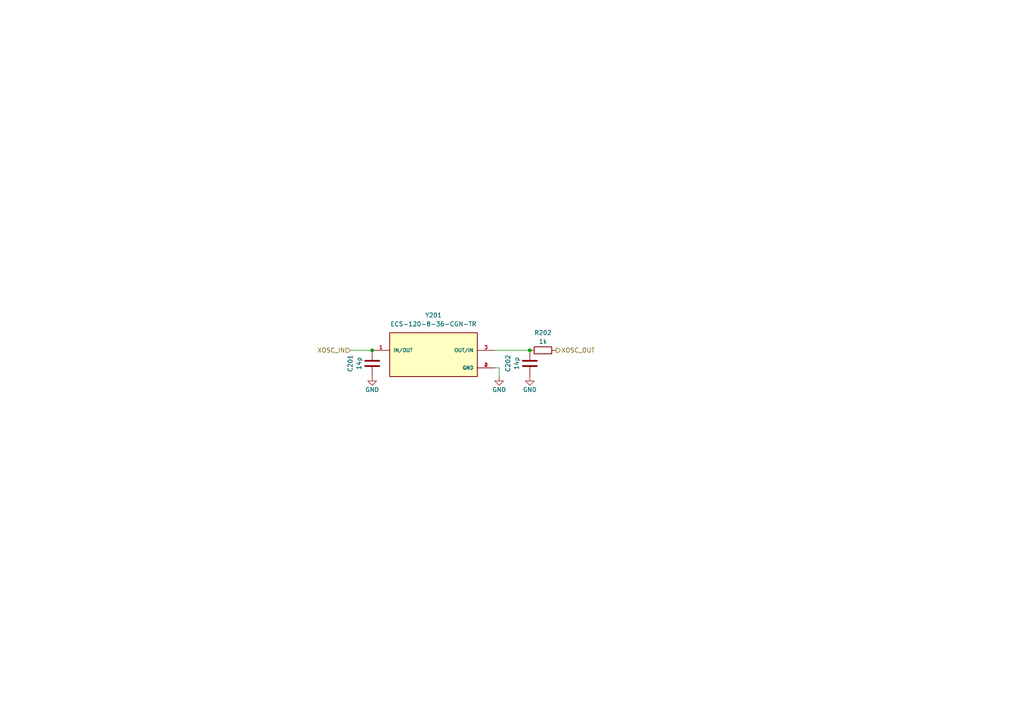
<source format=kicad_sch>
(kicad_sch (version 20221004) (generator eeschema)

  (uuid e9d114bb-7fde-4afc-b334-9cc44186d240)

  (paper "A4")

  (lib_symbols
    (symbol "Device:C" (pin_numbers hide) (pin_names (offset 0.254)) (in_bom yes) (on_board yes)
      (property "Reference" "C" (at 0.635 2.54 0)
        (effects (font (size 1.27 1.27)) (justify left))
      )
      (property "Value" "C" (at 0.635 -2.54 0)
        (effects (font (size 1.27 1.27)) (justify left))
      )
      (property "Footprint" "" (at 0.9652 -3.81 0)
        (effects (font (size 1.27 1.27)) hide)
      )
      (property "Datasheet" "~" (at 0 0 0)
        (effects (font (size 1.27 1.27)) hide)
      )
      (property "ki_keywords" "cap capacitor" (at 0 0 0)
        (effects (font (size 1.27 1.27)) hide)
      )
      (property "ki_description" "Unpolarized capacitor" (at 0 0 0)
        (effects (font (size 1.27 1.27)) hide)
      )
      (property "ki_fp_filters" "C_*" (at 0 0 0)
        (effects (font (size 1.27 1.27)) hide)
      )
      (symbol "C_0_1"
        (polyline
          (pts
            (xy -2.032 -0.762)
            (xy 2.032 -0.762)
          )
          (stroke (width 0.508) (type default))
          (fill (type none))
        )
        (polyline
          (pts
            (xy -2.032 0.762)
            (xy 2.032 0.762)
          )
          (stroke (width 0.508) (type default))
          (fill (type none))
        )
      )
      (symbol "C_1_1"
        (pin passive line (at 0 3.81 270) (length 2.794)
          (name "~" (effects (font (size 1.27 1.27))))
          (number "1" (effects (font (size 1.27 1.27))))
        )
        (pin passive line (at 0 -3.81 90) (length 2.794)
          (name "~" (effects (font (size 1.27 1.27))))
          (number "2" (effects (font (size 1.27 1.27))))
        )
      )
    )
    (symbol "Device:R" (pin_numbers hide) (pin_names (offset 0)) (in_bom yes) (on_board yes)
      (property "Reference" "R" (at 2.032 0 90)
        (effects (font (size 1.27 1.27)))
      )
      (property "Value" "R" (at 0 0 90)
        (effects (font (size 1.27 1.27)))
      )
      (property "Footprint" "" (at -1.778 0 90)
        (effects (font (size 1.27 1.27)) hide)
      )
      (property "Datasheet" "~" (at 0 0 0)
        (effects (font (size 1.27 1.27)) hide)
      )
      (property "ki_keywords" "R res resistor" (at 0 0 0)
        (effects (font (size 1.27 1.27)) hide)
      )
      (property "ki_description" "Resistor" (at 0 0 0)
        (effects (font (size 1.27 1.27)) hide)
      )
      (property "ki_fp_filters" "R_*" (at 0 0 0)
        (effects (font (size 1.27 1.27)) hide)
      )
      (symbol "R_0_1"
        (rectangle (start -1.016 -2.54) (end 1.016 2.54)
          (stroke (width 0.254) (type default))
          (fill (type none))
        )
      )
      (symbol "R_1_1"
        (pin passive line (at 0 3.81 270) (length 1.27)
          (name "~" (effects (font (size 1.27 1.27))))
          (number "1" (effects (font (size 1.27 1.27))))
        )
        (pin passive line (at 0 -3.81 90) (length 1.27)
          (name "~" (effects (font (size 1.27 1.27))))
          (number "2" (effects (font (size 1.27 1.27))))
        )
      )
    )
    (symbol "ECS-120-8-36-CGN-TR:ECS-120-8-36-CGN-TR" (pin_names (offset 1.016)) (in_bom yes) (on_board yes)
      (property "Reference" "Y" (at -12.7254 7.6454 0)
        (effects (font (size 1.27 1.27)) (justify left bottom))
      )
      (property "Value" "ECS-120-8-36-CGN-TR" (at -12.7 -7.62 0)
        (effects (font (size 1.27 1.27)) (justify left bottom))
      )
      (property "Footprint" "XTAL_ECS-120-8-36-CGN-TR" (at 0 0 0)
        (effects (font (size 1.27 1.27)) (justify left bottom) hide)
      )
      (property "Datasheet" "" (at 0 0 0)
        (effects (font (size 1.27 1.27)) (justify left bottom) hide)
      )
      (property "PRICE" "" (at 0 0 0)
        (effects (font (size 1.27 1.27)) (justify left bottom) hide)
      )
      (property "MP" "ECX-2236" (at 0 0 0)
        (effects (font (size 1.27 1.27)) (justify left bottom) hide)
      )
      (property "STANDARD" "Manufacturer Recommendation" (at 0 0 0)
        (effects (font (size 1.27 1.27)) (justify left bottom) hide)
      )
      (property "AVAILABILITY" "Good" (at 0 0 0)
        (effects (font (size 1.27 1.27)) (justify left bottom) hide)
      )
      (property "PARTREV" "2017" (at 0 0 0)
        (effects (font (size 1.27 1.27)) (justify left bottom) hide)
      )
      (property "DESCRIPTION" "The minature ECX-2236 is a compact SMD Crystal. The industry standard 2.5 x 2.0 x 0.55 mm ceramic package is ideal for today’s SMD manufacturing environment." (at 0 0 0)
        (effects (font (size 1.27 1.27)) (justify left bottom) hide)
      )
      (property "PACKAGE" "SMD-4 ECX" (at 0 0 0)
        (effects (font (size 1.27 1.27)) (justify left bottom) hide)
      )
      (property "MF" "ECS INC" (at 0 0 0)
        (effects (font (size 1.27 1.27)) (justify left bottom) hide)
      )
      (property "ki_locked" "" (at 0 0 0)
        (effects (font (size 1.27 1.27)))
      )
      (symbol "ECS-120-8-36-CGN-TR_0_0"
        (rectangle (start -12.7 -5.08) (end 12.7 7.62)
          (stroke (width 0.254) (type solid))
          (fill (type background))
        )
        (pin bidirectional line (at -17.78 2.54 0) (length 5.08)
          (name "IN/OUT" (effects (font (size 1.016 1.016))))
          (number "1" (effects (font (size 1.016 1.016))))
        )
        (pin power_in line (at 17.78 -2.54 180) (length 5.08)
          (name "GND" (effects (font (size 1.016 1.016))))
          (number "2" (effects (font (size 1.016 1.016))))
        )
        (pin bidirectional line (at 17.78 2.54 180) (length 5.08)
          (name "OUT/IN" (effects (font (size 1.016 1.016))))
          (number "3" (effects (font (size 1.016 1.016))))
        )
        (pin power_in line (at 17.78 -2.54 180) (length 5.08)
          (name "GND" (effects (font (size 1.016 1.016))))
          (number "4" (effects (font (size 1.016 1.016))))
        )
      )
    )
    (symbol "power:GND" (power) (pin_names (offset 0)) (in_bom yes) (on_board yes)
      (property "Reference" "#PWR" (at 0 -6.35 0)
        (effects (font (size 1.27 1.27)) hide)
      )
      (property "Value" "GND" (at 0 -3.81 0)
        (effects (font (size 1.27 1.27)))
      )
      (property "Footprint" "" (at 0 0 0)
        (effects (font (size 1.27 1.27)) hide)
      )
      (property "Datasheet" "" (at 0 0 0)
        (effects (font (size 1.27 1.27)) hide)
      )
      (property "ki_keywords" "power-flag" (at 0 0 0)
        (effects (font (size 1.27 1.27)) hide)
      )
      (property "ki_description" "Power symbol creates a global label with name \"GND\" , ground" (at 0 0 0)
        (effects (font (size 1.27 1.27)) hide)
      )
      (symbol "GND_0_1"
        (polyline
          (pts
            (xy 0 0)
            (xy 0 -1.27)
            (xy 1.27 -1.27)
            (xy 0 -2.54)
            (xy -1.27 -1.27)
            (xy 0 -1.27)
          )
          (stroke (width 0) (type default))
          (fill (type none))
        )
      )
      (symbol "GND_1_1"
        (pin power_in line (at 0 0 270) (length 0) hide
          (name "GND" (effects (font (size 1.27 1.27))))
          (number "1" (effects (font (size 1.27 1.27))))
        )
      )
    )
  )

  (junction (at 107.95 101.6) (diameter 0) (color 0 0 0 0)
    (uuid 964cd4f2-dc4e-4bf2-b08b-b7efed678489)
  )
  (junction (at 153.67 101.6) (diameter 0) (color 0 0 0 0)
    (uuid bb4e7fd6-6d9b-42d2-b670-ef1082981e3a)
  )

  (wire (pts (xy 144.78 109.22) (xy 144.78 106.68))
    (stroke (width 0) (type default))
    (uuid 7d6f5961-2c2d-46f1-b2d3-e722a1c2f03a)
  )
  (wire (pts (xy 144.78 106.68) (xy 143.51 106.68))
    (stroke (width 0) (type default))
    (uuid 8adc0f4e-a66d-442b-a701-6005b14cb332)
  )
  (wire (pts (xy 101.6 101.6) (xy 107.95 101.6))
    (stroke (width 0) (type default))
    (uuid b1bd248a-c888-4f24-bca5-ae4c163f2d6b)
  )
  (wire (pts (xy 143.51 101.6) (xy 153.67 101.6))
    (stroke (width 0) (type default))
    (uuid dc968633-4922-4104-9951-91ba9897ce84)
  )

  (hierarchical_label "XOSC_OUT" (shape output) (at 161.29 101.6 0) (fields_autoplaced)
    (effects (font (size 1.27 1.27)) (justify left))
    (uuid 438250d7-4a97-4485-9e7d-9157877bdb4f)
  )
  (hierarchical_label "XOSC_IN" (shape input) (at 101.6 101.6 180) (fields_autoplaced)
    (effects (font (size 1.27 1.27)) (justify right))
    (uuid 4b108453-42c8-4f06-98b3-54d90c328727)
  )

  (symbol (lib_id "power:GND") (at 144.78 109.22 0) (unit 1)
    (in_bom yes) (on_board yes) (dnp no)
    (uuid 08ab4c7b-2cd3-4394-9786-3d22cb313a13)
    (property "Reference" "#PWR0129" (at 144.78 115.57 0)
      (effects (font (size 1.27 1.27)) hide)
    )
    (property "Value" "GND" (at 144.78 113.03 0)
      (effects (font (size 1.27 1.27)))
    )
    (property "Footprint" "" (at 144.78 109.22 0)
      (effects (font (size 1.27 1.27)) hide)
    )
    (property "Datasheet" "" (at 144.78 109.22 0)
      (effects (font (size 1.27 1.27)) hide)
    )
    (pin "1" (uuid bce8695a-98dd-4cc1-a5d4-a00d5097b5b7))
    (instances
      (project "mainboard"
        (path "/e63e39d7-6ac0-4ffd-8aa3-1841a4541b55/90a5bc85-07ac-4ee1-af41-887c984cc4b9"
          (reference "#PWR0129") (unit 1) (value "GND") (footprint "")
        )
        (path "/e63e39d7-6ac0-4ffd-8aa3-1841a4541b55/ee636c63-5fee-42d9-b500-aef9f04ef5c4"
          (reference "#PWR0129") (unit 1) (value "GND") (footprint "")
        )
        (path "/e63e39d7-6ac0-4ffd-8aa3-1841a4541b55/ee636c63-5fee-42d9-b500-aef9f04ef5c4/9c458a31-8cc6-4b30-bfc6-26fedc686704"
          (reference "#PWR0159") (unit 1) (value "GND") (footprint "")
        )
      )
    )
  )

  (symbol (lib_id "power:GND") (at 107.95 109.22 0) (unit 1)
    (in_bom yes) (on_board yes) (dnp no)
    (uuid 2c0a4d73-b8f1-4bf7-a41a-6dd8a1ab1e3f)
    (property "Reference" "#PWR0127" (at 107.95 115.57 0)
      (effects (font (size 1.27 1.27)) hide)
    )
    (property "Value" "GND" (at 107.95 113.03 0)
      (effects (font (size 1.27 1.27)))
    )
    (property "Footprint" "" (at 107.95 109.22 0)
      (effects (font (size 1.27 1.27)) hide)
    )
    (property "Datasheet" "" (at 107.95 109.22 0)
      (effects (font (size 1.27 1.27)) hide)
    )
    (pin "1" (uuid 1d1882bd-b176-4f2c-8904-af1062edb033))
    (instances
      (project "mainboard"
        (path "/e63e39d7-6ac0-4ffd-8aa3-1841a4541b55/90a5bc85-07ac-4ee1-af41-887c984cc4b9"
          (reference "#PWR0127") (unit 1) (value "GND") (footprint "")
        )
        (path "/e63e39d7-6ac0-4ffd-8aa3-1841a4541b55/ee636c63-5fee-42d9-b500-aef9f04ef5c4"
          (reference "#PWR0127") (unit 1) (value "GND") (footprint "")
        )
        (path "/e63e39d7-6ac0-4ffd-8aa3-1841a4541b55/ee636c63-5fee-42d9-b500-aef9f04ef5c4/9c458a31-8cc6-4b30-bfc6-26fedc686704"
          (reference "#PWR0160") (unit 1) (value "GND") (footprint "")
        )
      )
    )
  )

  (symbol (lib_id "power:GND") (at 153.67 109.22 0) (unit 1)
    (in_bom yes) (on_board yes) (dnp no)
    (uuid 4efa5c13-5a22-4704-a147-f177117ec59f)
    (property "Reference" "#PWR0128" (at 153.67 115.57 0)
      (effects (font (size 1.27 1.27)) hide)
    )
    (property "Value" "GND" (at 153.67 113.03 0)
      (effects (font (size 1.27 1.27)))
    )
    (property "Footprint" "" (at 153.67 109.22 0)
      (effects (font (size 1.27 1.27)) hide)
    )
    (property "Datasheet" "" (at 153.67 109.22 0)
      (effects (font (size 1.27 1.27)) hide)
    )
    (pin "1" (uuid b842143a-f542-4961-a6d9-e66a9bee7b6e))
    (instances
      (project "mainboard"
        (path "/e63e39d7-6ac0-4ffd-8aa3-1841a4541b55/90a5bc85-07ac-4ee1-af41-887c984cc4b9"
          (reference "#PWR0128") (unit 1) (value "GND") (footprint "")
        )
        (path "/e63e39d7-6ac0-4ffd-8aa3-1841a4541b55/ee636c63-5fee-42d9-b500-aef9f04ef5c4"
          (reference "#PWR0128") (unit 1) (value "GND") (footprint "")
        )
        (path "/e63e39d7-6ac0-4ffd-8aa3-1841a4541b55/ee636c63-5fee-42d9-b500-aef9f04ef5c4/9c458a31-8cc6-4b30-bfc6-26fedc686704"
          (reference "#PWR0161") (unit 1) (value "GND") (footprint "")
        )
      )
    )
  )

  (symbol (lib_id "Device:R") (at 157.48 101.6 90) (unit 1)
    (in_bom yes) (on_board yes) (dnp no)
    (uuid 8bac3a59-8a67-4781-9b3d-f8b03b75d2bf)
    (property "Reference" "R202" (at 157.48 96.52 90)
      (effects (font (size 1.27 1.27)))
    )
    (property "Value" "1k" (at 157.48 99.06 90)
      (effects (font (size 1.27 1.27)))
    )
    (property "Footprint" "Resistor_SMD:R_0402_1005Metric_Pad0.72x0.64mm_HandSolder" (at 157.48 103.378 90)
      (effects (font (size 1.27 1.27)) hide)
    )
    (property "Datasheet" "~" (at 157.48 101.6 0)
      (effects (font (size 1.27 1.27)) hide)
    )
    (pin "1" (uuid edf692dc-7f18-4889-ae2f-272b68bf9e97))
    (pin "2" (uuid f44a8878-30c0-4c10-add4-0be7da6a3992))
    (instances
      (project "mainboard"
        (path "/e63e39d7-6ac0-4ffd-8aa3-1841a4541b55/90a5bc85-07ac-4ee1-af41-887c984cc4b9"
          (reference "R202") (unit 1) (value "1k") (footprint "Resistor_SMD:R_0402_1005Metric_Pad0.72x0.64mm_HandSolder")
        )
        (path "/e63e39d7-6ac0-4ffd-8aa3-1841a4541b55/ee636c63-5fee-42d9-b500-aef9f04ef5c4"
          (reference "R207") (unit 1) (value "1k") (footprint "Resistor_SMD:R_0402_1005Metric_Pad0.72x0.64mm_HandSolder")
        )
        (path "/e63e39d7-6ac0-4ffd-8aa3-1841a4541b55/ee636c63-5fee-42d9-b500-aef9f04ef5c4/9c458a31-8cc6-4b30-bfc6-26fedc686704"
          (reference "R15") (unit 1) (value "1k") (footprint "Resistor_SMD:R_0402_1005Metric_Pad0.72x0.64mm_HandSolder")
        )
      )
    )
  )

  (symbol (lib_id "Device:C") (at 107.95 105.41 0) (unit 1)
    (in_bom yes) (on_board yes) (dnp no)
    (uuid 93ee023a-b6f3-40ba-988c-6c6966ab6d92)
    (property "Reference" "C201" (at 101.6 105.41 90)
      (effects (font (size 1.27 1.27)))
    )
    (property "Value" "14p" (at 104.14 105.41 90)
      (effects (font (size 1.27 1.27)))
    )
    (property "Footprint" "Capacitor_SMD:C_0402_1005Metric_Pad0.74x0.62mm_HandSolder" (at 108.9152 109.22 0)
      (effects (font (size 1.27 1.27)) hide)
    )
    (property "Datasheet" "~" (at 107.95 105.41 0)
      (effects (font (size 1.27 1.27)) hide)
    )
    (pin "1" (uuid 5a3cbbe8-31f3-4334-84f7-73756157c67f))
    (pin "2" (uuid d2b35c30-d351-4ada-a76e-9ff316855e83))
    (instances
      (project "mainboard"
        (path "/e63e39d7-6ac0-4ffd-8aa3-1841a4541b55/90a5bc85-07ac-4ee1-af41-887c984cc4b9"
          (reference "C201") (unit 1) (value "14p") (footprint "Capacitor_SMD:C_0402_1005Metric_Pad0.74x0.62mm_HandSolder")
        )
        (path "/e63e39d7-6ac0-4ffd-8aa3-1841a4541b55/ee636c63-5fee-42d9-b500-aef9f04ef5c4"
          (reference "C225") (unit 1) (value "14p") (footprint "Capacitor_SMD:C_0402_1005Metric_Pad0.74x0.62mm_HandSolder")
        )
        (path "/e63e39d7-6ac0-4ffd-8aa3-1841a4541b55/ee636c63-5fee-42d9-b500-aef9f04ef5c4/9c458a31-8cc6-4b30-bfc6-26fedc686704"
          (reference "C73") (unit 1) (value "14p") (footprint "Capacitor_SMD:C_0402_1005Metric_Pad0.74x0.62mm_HandSolder")
        )
      )
    )
  )

  (symbol (lib_id "ECS-120-8-36-CGN-TR:ECS-120-8-36-CGN-TR") (at 125.73 104.14 0) (unit 1)
    (in_bom yes) (on_board yes) (dnp no)
    (uuid 9404e095-c2a8-4545-ba90-18f246709022)
    (property "Reference" "Y201" (at 125.73 91.44 0)
      (effects (font (size 1.27 1.27)))
    )
    (property "Value" "ECS-120-8-36-CGN-TR" (at 125.73 93.98 0)
      (effects (font (size 1.27 1.27)))
    )
    (property "Footprint" "footprints:XTAL_ECS-120-8-36-CGN-TR" (at 125.73 104.14 0)
      (effects (font (size 1.27 1.27)) (justify left bottom) hide)
    )
    (property "Datasheet" "" (at 125.73 104.14 0)
      (effects (font (size 1.27 1.27)) (justify left bottom) hide)
    )
    (property "PRICE" "" (at 125.73 104.14 0)
      (effects (font (size 1.27 1.27)) (justify left bottom) hide)
    )
    (property "MP" "ECX-2236" (at 125.73 104.14 0)
      (effects (font (size 1.27 1.27)) (justify left bottom) hide)
    )
    (property "STANDARD" "Manufacturer Recommendation" (at 125.73 104.14 0)
      (effects (font (size 1.27 1.27)) (justify left bottom) hide)
    )
    (property "AVAILABILITY" "Good" (at 125.73 104.14 0)
      (effects (font (size 1.27 1.27)) (justify left bottom) hide)
    )
    (property "PARTREV" "2017" (at 125.73 104.14 0)
      (effects (font (size 1.27 1.27)) (justify left bottom) hide)
    )
    (property "DESCRIPTION" "The minature ECX-2236 is a compact SMD Crystal. The industry standard 2.5 x 2.0 x 0.55 mm ceramic package is ideal for today’s SMD manufacturing environment." (at 125.73 104.14 0)
      (effects (font (size 1.27 1.27)) (justify left bottom) hide)
    )
    (property "PACKAGE" "SMD-4 ECX" (at 125.73 104.14 0)
      (effects (font (size 1.27 1.27)) (justify left bottom) hide)
    )
    (property "MF" "ECS INC" (at 125.73 104.14 0)
      (effects (font (size 1.27 1.27)) (justify left bottom) hide)
    )
    (pin "1" (uuid 35892c9e-298c-4f82-9478-c874f8a2f90d))
    (pin "2" (uuid 8cf563eb-bf2b-402d-b748-97097032dcc3))
    (pin "3" (uuid 7a55fa91-b93a-4a26-88b9-ea67dfba48c8))
    (pin "4" (uuid d35187d9-fca4-42c3-b525-260a98289326))
    (instances
      (project "mainboard"
        (path "/e63e39d7-6ac0-4ffd-8aa3-1841a4541b55/90a5bc85-07ac-4ee1-af41-887c984cc4b9"
          (reference "Y201") (unit 1) (value "ECS-120-8-36-CGN-TR") (footprint "footprints:XTAL_ECS-120-8-36-CGN-TR")
        )
        (path "/e63e39d7-6ac0-4ffd-8aa3-1841a4541b55/ee636c63-5fee-42d9-b500-aef9f04ef5c4"
          (reference "Y202") (unit 1) (value "ECS-120-8-36-CGN-TR") (footprint "footprints:XTAL_ECS-120-8-36-CGN-TR")
        )
        (path "/e63e39d7-6ac0-4ffd-8aa3-1841a4541b55/ee636c63-5fee-42d9-b500-aef9f04ef5c4/9c458a31-8cc6-4b30-bfc6-26fedc686704"
          (reference "Y2") (unit 1) (value "ECS-120-8-36-CGN-TR") (footprint "footprints:XTAL_ECS-120-8-36-CGN-TR")
        )
      )
    )
  )

  (symbol (lib_id "Device:C") (at 153.67 105.41 0) (unit 1)
    (in_bom yes) (on_board yes) (dnp no)
    (uuid e97b8b95-31a3-49c1-975c-1ff71d43c55b)
    (property "Reference" "C202" (at 147.32 105.41 90)
      (effects (font (size 1.27 1.27)))
    )
    (property "Value" "14p" (at 149.86 105.41 90)
      (effects (font (size 1.27 1.27)))
    )
    (property "Footprint" "Capacitor_SMD:C_0402_1005Metric_Pad0.74x0.62mm_HandSolder" (at 154.6352 109.22 0)
      (effects (font (size 1.27 1.27)) hide)
    )
    (property "Datasheet" "~" (at 153.67 105.41 0)
      (effects (font (size 1.27 1.27)) hide)
    )
    (pin "1" (uuid c33cb111-b314-4c07-abbc-b4490ee3b431))
    (pin "2" (uuid afd77c2d-42d1-4b89-8c49-4f983103fcb6))
    (instances
      (project "mainboard"
        (path "/e63e39d7-6ac0-4ffd-8aa3-1841a4541b55/90a5bc85-07ac-4ee1-af41-887c984cc4b9"
          (reference "C202") (unit 1) (value "14p") (footprint "Capacitor_SMD:C_0402_1005Metric_Pad0.74x0.62mm_HandSolder")
        )
        (path "/e63e39d7-6ac0-4ffd-8aa3-1841a4541b55/ee636c63-5fee-42d9-b500-aef9f04ef5c4"
          (reference "C226") (unit 1) (value "14p") (footprint "Capacitor_SMD:C_0402_1005Metric_Pad0.74x0.62mm_HandSolder")
        )
        (path "/e63e39d7-6ac0-4ffd-8aa3-1841a4541b55/ee636c63-5fee-42d9-b500-aef9f04ef5c4/9c458a31-8cc6-4b30-bfc6-26fedc686704"
          (reference "C74") (unit 1) (value "14p") (footprint "Capacitor_SMD:C_0402_1005Metric_Pad0.74x0.62mm_HandSolder")
        )
      )
    )
  )
)

</source>
